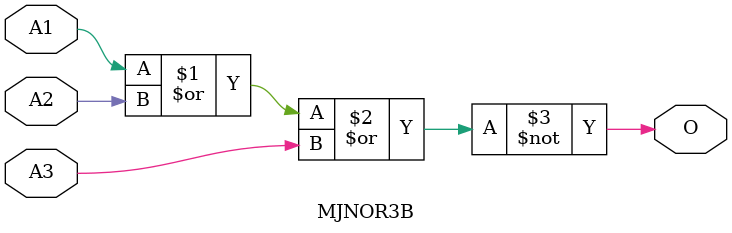
<source format=v>
module MJNOR3B(A1, A2, A3, O);
input   A1;
input   A2;
input   A3;
output  O;
nor g0(O, A1, A2, A3);
endmodule
</source>
